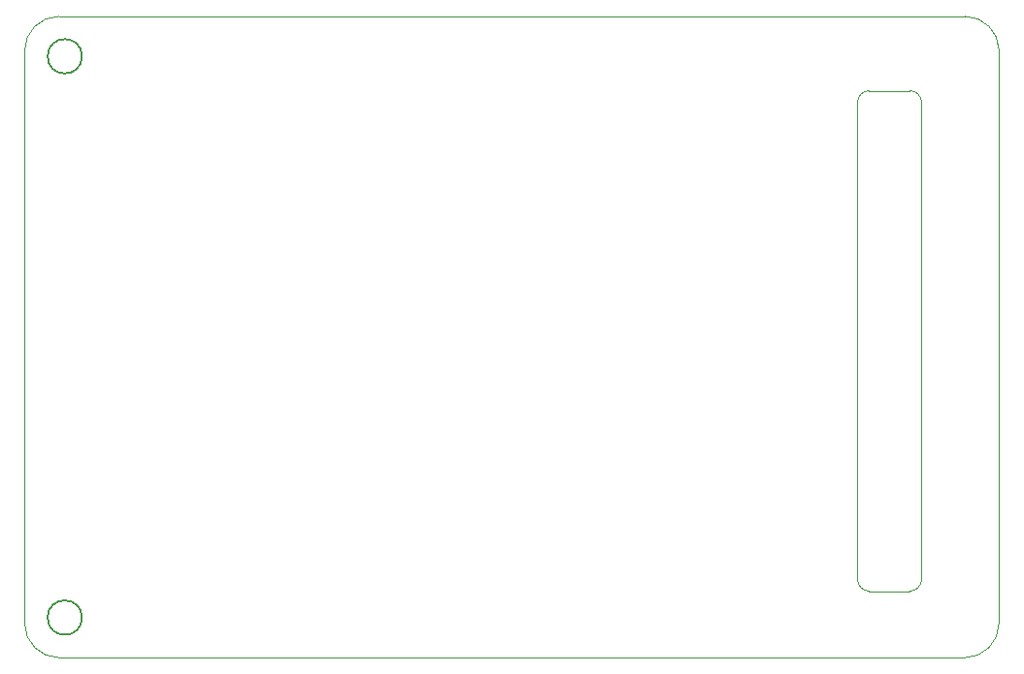
<source format=gbr>
%TF.GenerationSoftware,KiCad,Pcbnew,5.1.9+dfsg1-1~bpo10+1*%
%TF.CreationDate,2021-10-15T10:51:03+08:00*%
%TF.ProjectId,NAS,4e41532e-6b69-4636-9164-5f7063625858,rev?*%
%TF.SameCoordinates,Original*%
%TF.FileFunction,Profile,NP*%
%FSLAX46Y46*%
G04 Gerber Fmt 4.6, Leading zero omitted, Abs format (unit mm)*
G04 Created by KiCad (PCBNEW 5.1.9+dfsg1-1~bpo10+1) date 2021-10-15 10:51:03*
%MOMM*%
%LPD*%
G01*
G04 APERTURE LIST*
%TA.AperFunction,Profile*%
%ADD10C,0.050000*%
%TD*%
%TA.AperFunction,Profile*%
%ADD11C,0.200000*%
%TD*%
G04 APERTURE END LIST*
D10*
X138938000Y-104648000D02*
G75*
G02*
X137922000Y-103632000I0J1016000D01*
G01*
X143510000Y-103632000D02*
G75*
G02*
X142494000Y-104648000I-1016000J0D01*
G01*
X142494000Y-60960000D02*
G75*
G02*
X143510000Y-61976000I0J-1016000D01*
G01*
X137922000Y-61976000D02*
G75*
G02*
X138938000Y-60960000I1016000J0D01*
G01*
X143510000Y-61976000D02*
X143510000Y-103632000D01*
X138938000Y-60960000D02*
X142494000Y-60960000D01*
X137922000Y-103632000D02*
X137922000Y-61976000D01*
X142494000Y-104648000D02*
X138938000Y-104648000D01*
X147277332Y-110459788D02*
X68277490Y-110459788D01*
X150277325Y-107459799D02*
G75*
G02*
X147277332Y-110459788I-2999991J2D01*
G01*
X150277326Y-57459894D02*
X150277326Y-107459794D01*
X65277495Y-57459889D02*
G75*
G02*
X68277490Y-54459900I2999992J-3D01*
G01*
X65277496Y-107459794D02*
X65277496Y-57459894D01*
X68277484Y-110459788D02*
G75*
G02*
X65277496Y-107459794I3J2999991D01*
G01*
X147277336Y-54459900D02*
G75*
G02*
X150277326Y-57459894I-2J-2999992D01*
G01*
D11*
X70277489Y-57959893D02*
G75*
G03*
X70277489Y-57959893I-1500000J0D01*
G01*
X70277489Y-106959795D02*
G75*
G03*
X70277489Y-106959795I-1500000J0D01*
G01*
D10*
X68277490Y-54459900D02*
X147277332Y-54459900D01*
M02*

</source>
